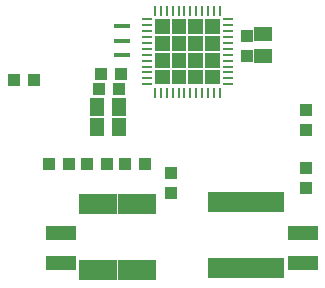
<source format=gbr>
G04 EAGLE Gerber RS-274X export*
G75*
%MOMM*%
%FSLAX34Y34*%
%LPD*%
%INSolderpaste Bottom*%
%IPPOS*%
%AMOC8*
5,1,8,0,0,1.08239X$1,22.5*%
G01*
%ADD10R,1.100000X1.000000*%
%ADD11R,1.300000X1.500000*%
%ADD12R,1.000000X1.100000*%
%ADD13R,1.500000X1.300000*%
%ADD14R,2.540000X1.270000*%
%ADD15R,0.812800X0.254000*%
%ADD16R,0.254000X0.812800*%
%ADD17R,1.399997X0.400000*%
%ADD18R,3.200000X1.800000*%

G36*
X-12047Y427849D02*
X-12047Y427849D01*
X-12045Y427848D01*
X-12002Y427868D01*
X-11958Y427886D01*
X-11958Y427888D01*
X-11956Y427889D01*
X-11923Y427974D01*
X-11923Y440198D01*
X-11924Y440200D01*
X-11923Y440202D01*
X-11943Y440245D01*
X-11961Y440289D01*
X-11963Y440289D01*
X-11964Y440291D01*
X-12049Y440324D01*
X-24273Y440324D01*
X-24275Y440323D01*
X-24277Y440324D01*
X-24320Y440304D01*
X-24364Y440286D01*
X-24364Y440284D01*
X-24366Y440283D01*
X-24399Y440198D01*
X-24399Y427974D01*
X-24398Y427972D01*
X-24399Y427970D01*
X-24379Y427927D01*
X-24361Y427883D01*
X-24359Y427883D01*
X-24358Y427881D01*
X-24273Y427848D01*
X-12049Y427848D01*
X-12047Y427849D01*
G37*
G36*
X2177Y427849D02*
X2177Y427849D01*
X2179Y427848D01*
X2222Y427868D01*
X2266Y427886D01*
X2266Y427888D01*
X2268Y427889D01*
X2301Y427974D01*
X2301Y440198D01*
X2300Y440200D01*
X2301Y440202D01*
X2281Y440245D01*
X2263Y440289D01*
X2261Y440289D01*
X2260Y440291D01*
X2175Y440324D01*
X-10049Y440324D01*
X-10051Y440323D01*
X-10053Y440324D01*
X-10096Y440304D01*
X-10140Y440286D01*
X-10140Y440284D01*
X-10142Y440283D01*
X-10175Y440198D01*
X-10175Y427974D01*
X-10174Y427972D01*
X-10175Y427970D01*
X-10155Y427927D01*
X-10137Y427883D01*
X-10135Y427883D01*
X-10134Y427881D01*
X-10049Y427848D01*
X2175Y427848D01*
X2177Y427849D01*
G37*
G36*
X30625Y427849D02*
X30625Y427849D01*
X30627Y427848D01*
X30670Y427868D01*
X30714Y427886D01*
X30714Y427888D01*
X30716Y427889D01*
X30749Y427974D01*
X30749Y440198D01*
X30748Y440200D01*
X30749Y440202D01*
X30729Y440245D01*
X30711Y440289D01*
X30709Y440289D01*
X30708Y440291D01*
X30623Y440324D01*
X18399Y440324D01*
X18397Y440323D01*
X18395Y440324D01*
X18352Y440304D01*
X18308Y440286D01*
X18308Y440284D01*
X18306Y440283D01*
X18273Y440198D01*
X18273Y427974D01*
X18274Y427972D01*
X18273Y427970D01*
X18293Y427927D01*
X18311Y427883D01*
X18313Y427883D01*
X18314Y427881D01*
X18399Y427848D01*
X30623Y427848D01*
X30625Y427849D01*
G37*
G36*
X16401Y427849D02*
X16401Y427849D01*
X16403Y427848D01*
X16446Y427868D01*
X16490Y427886D01*
X16490Y427888D01*
X16492Y427889D01*
X16525Y427974D01*
X16525Y440198D01*
X16524Y440200D01*
X16525Y440202D01*
X16505Y440245D01*
X16487Y440289D01*
X16485Y440289D01*
X16484Y440291D01*
X16399Y440324D01*
X4175Y440324D01*
X4173Y440323D01*
X4171Y440324D01*
X4128Y440304D01*
X4084Y440286D01*
X4084Y440284D01*
X4082Y440283D01*
X4049Y440198D01*
X4049Y427974D01*
X4050Y427972D01*
X4049Y427970D01*
X4069Y427927D01*
X4087Y427883D01*
X4089Y427883D01*
X4090Y427881D01*
X4175Y427848D01*
X16399Y427848D01*
X16401Y427849D01*
G37*
G36*
X30625Y413625D02*
X30625Y413625D01*
X30627Y413624D01*
X30670Y413644D01*
X30714Y413662D01*
X30714Y413664D01*
X30716Y413665D01*
X30749Y413750D01*
X30749Y425974D01*
X30748Y425976D01*
X30749Y425978D01*
X30729Y426021D01*
X30711Y426065D01*
X30709Y426065D01*
X30708Y426067D01*
X30623Y426100D01*
X18399Y426100D01*
X18397Y426099D01*
X18395Y426100D01*
X18352Y426080D01*
X18308Y426062D01*
X18308Y426060D01*
X18306Y426059D01*
X18273Y425974D01*
X18273Y413750D01*
X18274Y413748D01*
X18273Y413746D01*
X18293Y413703D01*
X18311Y413659D01*
X18313Y413659D01*
X18314Y413657D01*
X18399Y413624D01*
X30623Y413624D01*
X30625Y413625D01*
G37*
G36*
X2177Y413625D02*
X2177Y413625D01*
X2179Y413624D01*
X2222Y413644D01*
X2266Y413662D01*
X2266Y413664D01*
X2268Y413665D01*
X2301Y413750D01*
X2301Y425974D01*
X2300Y425976D01*
X2301Y425978D01*
X2281Y426021D01*
X2263Y426065D01*
X2261Y426065D01*
X2260Y426067D01*
X2175Y426100D01*
X-10049Y426100D01*
X-10051Y426099D01*
X-10053Y426100D01*
X-10096Y426080D01*
X-10140Y426062D01*
X-10140Y426060D01*
X-10142Y426059D01*
X-10175Y425974D01*
X-10175Y413750D01*
X-10174Y413748D01*
X-10175Y413746D01*
X-10155Y413703D01*
X-10137Y413659D01*
X-10135Y413659D01*
X-10134Y413657D01*
X-10049Y413624D01*
X2175Y413624D01*
X2177Y413625D01*
G37*
G36*
X-12047Y413625D02*
X-12047Y413625D01*
X-12045Y413624D01*
X-12002Y413644D01*
X-11958Y413662D01*
X-11958Y413664D01*
X-11956Y413665D01*
X-11923Y413750D01*
X-11923Y425974D01*
X-11924Y425976D01*
X-11923Y425978D01*
X-11943Y426021D01*
X-11961Y426065D01*
X-11963Y426065D01*
X-11964Y426067D01*
X-12049Y426100D01*
X-24273Y426100D01*
X-24275Y426099D01*
X-24277Y426100D01*
X-24320Y426080D01*
X-24364Y426062D01*
X-24364Y426060D01*
X-24366Y426059D01*
X-24399Y425974D01*
X-24399Y413750D01*
X-24398Y413748D01*
X-24399Y413746D01*
X-24379Y413703D01*
X-24361Y413659D01*
X-24359Y413659D01*
X-24358Y413657D01*
X-24273Y413624D01*
X-12049Y413624D01*
X-12047Y413625D01*
G37*
G36*
X16401Y413625D02*
X16401Y413625D01*
X16403Y413624D01*
X16446Y413644D01*
X16490Y413662D01*
X16490Y413664D01*
X16492Y413665D01*
X16525Y413750D01*
X16525Y425974D01*
X16524Y425976D01*
X16525Y425978D01*
X16505Y426021D01*
X16487Y426065D01*
X16485Y426065D01*
X16484Y426067D01*
X16399Y426100D01*
X4175Y426100D01*
X4173Y426099D01*
X4171Y426100D01*
X4128Y426080D01*
X4084Y426062D01*
X4084Y426060D01*
X4082Y426059D01*
X4049Y425974D01*
X4049Y413750D01*
X4050Y413748D01*
X4049Y413746D01*
X4069Y413703D01*
X4087Y413659D01*
X4089Y413659D01*
X4090Y413657D01*
X4175Y413624D01*
X16399Y413624D01*
X16401Y413625D01*
G37*
G36*
X16401Y399401D02*
X16401Y399401D01*
X16403Y399400D01*
X16446Y399420D01*
X16490Y399438D01*
X16490Y399440D01*
X16492Y399441D01*
X16525Y399526D01*
X16525Y411750D01*
X16524Y411752D01*
X16525Y411754D01*
X16505Y411797D01*
X16487Y411841D01*
X16485Y411841D01*
X16484Y411843D01*
X16399Y411876D01*
X4175Y411876D01*
X4173Y411875D01*
X4171Y411876D01*
X4128Y411856D01*
X4084Y411838D01*
X4084Y411836D01*
X4082Y411835D01*
X4049Y411750D01*
X4049Y399526D01*
X4050Y399524D01*
X4049Y399522D01*
X4069Y399479D01*
X4087Y399435D01*
X4089Y399435D01*
X4090Y399433D01*
X4175Y399400D01*
X16399Y399400D01*
X16401Y399401D01*
G37*
G36*
X2177Y399401D02*
X2177Y399401D01*
X2179Y399400D01*
X2222Y399420D01*
X2266Y399438D01*
X2266Y399440D01*
X2268Y399441D01*
X2301Y399526D01*
X2301Y411750D01*
X2300Y411752D01*
X2301Y411754D01*
X2281Y411797D01*
X2263Y411841D01*
X2261Y411841D01*
X2260Y411843D01*
X2175Y411876D01*
X-10049Y411876D01*
X-10051Y411875D01*
X-10053Y411876D01*
X-10096Y411856D01*
X-10140Y411838D01*
X-10140Y411836D01*
X-10142Y411835D01*
X-10175Y411750D01*
X-10175Y399526D01*
X-10174Y399524D01*
X-10175Y399522D01*
X-10155Y399479D01*
X-10137Y399435D01*
X-10135Y399435D01*
X-10134Y399433D01*
X-10049Y399400D01*
X2175Y399400D01*
X2177Y399401D01*
G37*
G36*
X30625Y399401D02*
X30625Y399401D01*
X30627Y399400D01*
X30670Y399420D01*
X30714Y399438D01*
X30714Y399440D01*
X30716Y399441D01*
X30749Y399526D01*
X30749Y411750D01*
X30748Y411752D01*
X30749Y411754D01*
X30729Y411797D01*
X30711Y411841D01*
X30709Y411841D01*
X30708Y411843D01*
X30623Y411876D01*
X18399Y411876D01*
X18397Y411875D01*
X18395Y411876D01*
X18352Y411856D01*
X18308Y411838D01*
X18308Y411836D01*
X18306Y411835D01*
X18273Y411750D01*
X18273Y399526D01*
X18274Y399524D01*
X18273Y399522D01*
X18293Y399479D01*
X18311Y399435D01*
X18313Y399435D01*
X18314Y399433D01*
X18399Y399400D01*
X30623Y399400D01*
X30625Y399401D01*
G37*
G36*
X-12047Y399401D02*
X-12047Y399401D01*
X-12045Y399400D01*
X-12002Y399420D01*
X-11958Y399438D01*
X-11958Y399440D01*
X-11956Y399441D01*
X-11923Y399526D01*
X-11923Y411750D01*
X-11924Y411752D01*
X-11923Y411754D01*
X-11943Y411797D01*
X-11961Y411841D01*
X-11963Y411841D01*
X-11964Y411843D01*
X-12049Y411876D01*
X-24273Y411876D01*
X-24275Y411875D01*
X-24277Y411876D01*
X-24320Y411856D01*
X-24364Y411838D01*
X-24364Y411836D01*
X-24366Y411835D01*
X-24399Y411750D01*
X-24399Y399526D01*
X-24398Y399524D01*
X-24399Y399522D01*
X-24379Y399479D01*
X-24361Y399435D01*
X-24359Y399435D01*
X-24358Y399433D01*
X-24273Y399400D01*
X-12049Y399400D01*
X-12047Y399401D01*
G37*
G36*
X30625Y385177D02*
X30625Y385177D01*
X30627Y385176D01*
X30670Y385196D01*
X30714Y385214D01*
X30714Y385216D01*
X30716Y385217D01*
X30749Y385302D01*
X30749Y397526D01*
X30748Y397528D01*
X30749Y397530D01*
X30729Y397573D01*
X30711Y397617D01*
X30709Y397617D01*
X30708Y397619D01*
X30623Y397652D01*
X18399Y397652D01*
X18397Y397651D01*
X18395Y397652D01*
X18352Y397632D01*
X18308Y397614D01*
X18308Y397612D01*
X18306Y397611D01*
X18273Y397526D01*
X18273Y385302D01*
X18274Y385300D01*
X18273Y385298D01*
X18293Y385255D01*
X18311Y385211D01*
X18313Y385211D01*
X18314Y385209D01*
X18399Y385176D01*
X30623Y385176D01*
X30625Y385177D01*
G37*
G36*
X16401Y385177D02*
X16401Y385177D01*
X16403Y385176D01*
X16446Y385196D01*
X16490Y385214D01*
X16490Y385216D01*
X16492Y385217D01*
X16525Y385302D01*
X16525Y397526D01*
X16524Y397528D01*
X16525Y397530D01*
X16505Y397573D01*
X16487Y397617D01*
X16485Y397617D01*
X16484Y397619D01*
X16399Y397652D01*
X4175Y397652D01*
X4173Y397651D01*
X4171Y397652D01*
X4128Y397632D01*
X4084Y397614D01*
X4084Y397612D01*
X4082Y397611D01*
X4049Y397526D01*
X4049Y385302D01*
X4050Y385300D01*
X4049Y385298D01*
X4069Y385255D01*
X4087Y385211D01*
X4089Y385211D01*
X4090Y385209D01*
X4175Y385176D01*
X16399Y385176D01*
X16401Y385177D01*
G37*
G36*
X2177Y385177D02*
X2177Y385177D01*
X2179Y385176D01*
X2222Y385196D01*
X2266Y385214D01*
X2266Y385216D01*
X2268Y385217D01*
X2301Y385302D01*
X2301Y397526D01*
X2300Y397528D01*
X2301Y397530D01*
X2281Y397573D01*
X2263Y397617D01*
X2261Y397617D01*
X2260Y397619D01*
X2175Y397652D01*
X-10049Y397652D01*
X-10051Y397651D01*
X-10053Y397652D01*
X-10096Y397632D01*
X-10140Y397614D01*
X-10140Y397612D01*
X-10142Y397611D01*
X-10175Y397526D01*
X-10175Y385302D01*
X-10174Y385300D01*
X-10175Y385298D01*
X-10155Y385255D01*
X-10137Y385211D01*
X-10135Y385211D01*
X-10134Y385209D01*
X-10049Y385176D01*
X2175Y385176D01*
X2177Y385177D01*
G37*
G36*
X-12047Y385177D02*
X-12047Y385177D01*
X-12045Y385176D01*
X-12002Y385196D01*
X-11958Y385214D01*
X-11958Y385216D01*
X-11956Y385217D01*
X-11923Y385302D01*
X-11923Y397526D01*
X-11924Y397528D01*
X-11923Y397530D01*
X-11943Y397573D01*
X-11961Y397617D01*
X-11963Y397617D01*
X-11964Y397619D01*
X-12049Y397652D01*
X-24273Y397652D01*
X-24275Y397651D01*
X-24277Y397652D01*
X-24320Y397632D01*
X-24364Y397614D01*
X-24364Y397612D01*
X-24366Y397611D01*
X-24399Y397526D01*
X-24399Y385302D01*
X-24398Y385300D01*
X-24399Y385298D01*
X-24379Y385255D01*
X-24361Y385211D01*
X-24359Y385211D01*
X-24358Y385209D01*
X-24273Y385176D01*
X-12049Y385176D01*
X-12047Y385177D01*
G37*
D10*
X-70413Y393700D03*
X-53413Y393700D03*
D11*
X-54794Y365919D03*
X-73794Y365919D03*
D10*
X-143438Y388938D03*
X-126438Y388938D03*
X-72000Y381000D03*
X-55000Y381000D03*
D11*
X-54794Y349250D03*
X-73794Y349250D03*
D12*
X53975Y426013D03*
X53975Y409013D03*
D13*
X67469Y408806D03*
X67469Y427806D03*
D12*
X-11113Y310125D03*
X-11113Y293125D03*
D10*
X103188Y363306D03*
X103188Y346306D03*
D12*
X-32775Y317500D03*
X-49775Y317500D03*
D10*
X103981Y314094D03*
X103981Y297094D03*
D14*
X-103981Y259556D03*
X-103981Y234156D03*
X100806Y259556D03*
X100806Y234156D03*
D15*
X-31369Y385243D03*
X-31369Y390244D03*
X-31369Y395246D03*
X-31369Y400247D03*
X-31369Y405248D03*
X-31369Y410249D03*
X-31369Y415251D03*
X-31369Y420252D03*
X-31369Y425253D03*
X-31369Y430254D03*
X-31369Y435256D03*
X-31369Y440257D03*
D16*
X-24332Y447294D03*
X-19331Y447294D03*
X-14329Y447294D03*
X-9328Y447294D03*
X-4327Y447294D03*
X674Y447294D03*
X5676Y447294D03*
X10677Y447294D03*
X15678Y447294D03*
X20679Y447294D03*
X25681Y447294D03*
X30682Y447294D03*
D15*
X37719Y440257D03*
X37719Y435256D03*
X37719Y430254D03*
X37719Y425253D03*
X37719Y420252D03*
X37719Y415251D03*
X37719Y410249D03*
X37719Y405248D03*
X37719Y400247D03*
X37719Y395246D03*
X37719Y390244D03*
X37719Y385243D03*
D16*
X30682Y378206D03*
X25681Y378206D03*
X20679Y378206D03*
X15678Y378206D03*
X10677Y378206D03*
X5676Y378206D03*
X674Y378206D03*
X-4327Y378206D03*
X-9328Y378206D03*
X-14329Y378206D03*
X-19331Y378206D03*
X-24332Y378206D03*
D17*
X-52388Y410275D03*
X-52388Y422275D03*
X-52388Y434275D03*
D10*
X-81525Y317500D03*
X-64525Y317500D03*
D12*
X-97069Y317500D03*
X-114069Y317500D03*
D18*
X-39688Y283588D03*
X-39688Y227588D03*
X-72231Y283588D03*
X-72231Y227588D03*
X36513Y285969D03*
X36513Y229969D03*
X69056Y285969D03*
X69056Y229969D03*
M02*

</source>
